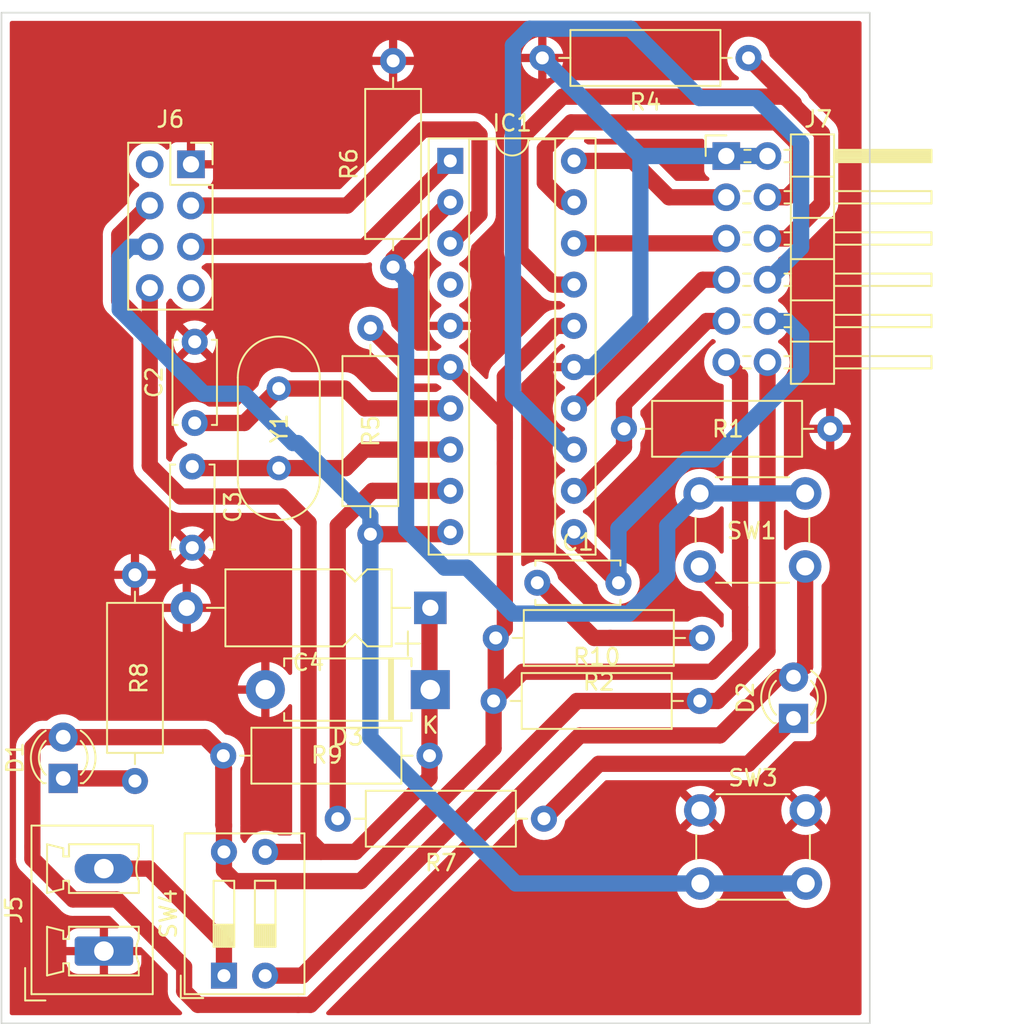
<source format=kicad_pcb>
(kicad_pcb (version 20211014) (generator pcbnew)
  (layers (0 "F.Cu" signal) (31 "B.Cu" signal) (34 "B.Paste" user) (35 "F.Paste" user) (36 "B.SilkS" user "B.Silkscreen") (37 "F.SilkS" user "F.Silkscreen") (38 "B.Mask" user) (39 "F.Mask" user) (44 "Edge.Cuts" user))
  (net 0 "")
  (net 1 "MIC")
  (net 2 "UP7")
  (net 3 "XTAL1")
  (net 4 "GND")
  (net 5 "XTAL2")
  (net 6 "+3V3")
  (net 7 "Net-(D1-Pad1)")
  (net 8 "+5V")
  (net 9 "Net-(D2-Pad1)")
  (net 10 "SDA")
  (net 11 "Button01")
  (net 12 "SCL")
  (net 14 "LED_G")
  (net 15 "Reset")
  (net 16 "PHOTRAN")
  (net 17 "UP5")
  (net 18 "UP4")
  (net 19 "OPTISK")
  (net 20 "UP2")
  (net 21 "UP1")
  (net 22 "DHT11")
  (net 23 "Net-(J5-Pad2)")
  (net 26 "UPWR")
  (footprint "Connector_Phoenix_MC_HighVoltage:PhoenixContact_MCV_1,5_2-G-5.08_1x02_P5.08mm_Vertical" (layer "F.Cu") (at 38.805 84.785 90)
    (fp_text reference "J5" (at 2.54 -5.55 90) (layer "F.SilkS"))
    (fp_text value "VCC")
    (pad "1" thru_hole roundrect (at 0 0 90) (size 1.8 3.6) (drill 1.2) (layers *.Cu *.Mask) (roundrect_rratio 0.138889) (net 4 "GND"))
    (pad "2" thru_hole oval (at 5.08 0 90) (size 1.8 3.6) (drill 1.2) (layers *.Cu *.Mask) (net 23 "Net-(J5-Pad2)"))
  )
  (footprint "Capacitor_THT:C_Disc_D5.0mm_W2.5mm_P5.00mm" (layer "F.Cu") (at 65.5 62.1)
    (fp_text reference "C1" (at 2.5 -2.5) (layer "F.SilkS"))
    (fp_text value "1uF")
    (pad "1" thru_hole circle (at 0 0) (size 1.6 1.6) (drill 0.8) (layers *.Cu *.Mask) (net 1 "MIC"))
    (pad "2" thru_hole circle (at 5 0) (size 1.6 1.6) (drill 0.8) (layers *.Cu *.Mask) (net 2 "UP7"))
  )
  (footprint "Resistor_THT:R_Axial_DIN0309_L9.0mm_D3.2mm_P12.70mm_Horizontal" (layer "F.Cu") (at 75.64 65.5 180)
    (fp_text reference "R2" (at 6.35 -2.72) (layer "F.SilkS"))
    (fp_text value "2.2k")
    (pad "1" thru_hole circle (at 0 0 180) (size 1.6 1.6) (drill 0.8) (layers *.Cu *.Mask) (net 1 "MIC"))
    (pad "2" thru_hole oval (at 12.7 0 180) (size 1.6 1.6) (drill 0.8) (layers *.Cu *.Mask) (net 8 "+5V"))
  )
  (footprint "Resistor_THT:R_Axial_DIN0309_L9.0mm_D3.2mm_P12.70mm_Horizontal" (layer "F.Cu") (at 40.72 74.31 90)
    (fp_text reference "R8" (at 6.34 0.25 90) (layer "F.SilkS"))
    (fp_text value "200")
    (pad "1" thru_hole circle (at 0 0 90) (size 1.6 1.6) (drill 0.8) (layers *.Cu *.Mask) (net 7 "Net-(D1-Pad1)"))
    (pad "2" thru_hole oval (at 12.7 0 90) (size 1.6 1.6) (drill 0.8) (layers *.Cu *.Mask) (net 4 "GND"))
  )
  (footprint "Resistor_THT:R_Axial_DIN0309_L9.0mm_D3.2mm_P12.70mm_Horizontal" (layer "F.Cu") (at 55.22 59.11 90)
    (fp_text reference "R5" (at 6.35 0.03 90) (layer "F.SilkS"))
    (fp_text value "1k")
    (pad "1" thru_hole circle (at 0 0 90) (size 1.6 1.6) (drill 0.8) (layers *.Cu *.Mask) (net 15 "Reset"))
    (pad "2" thru_hole oval (at 12.7 0 90) (size 1.6 1.6) (drill 0.8) (layers *.Cu *.Mask) (net 8 "+5V"))
  )
  (footprint "Resistor_THT:R_Axial_DIN0309_L9.0mm_D3.2mm_P12.70mm_Horizontal" (layer "F.Cu") (at 56.62 42.66 90)
    (fp_text reference "R6" (at 6.35 -2.72 90) (layer "F.SilkS"))
    (fp_text value "1k")
    (pad "1" thru_hole circle (at 0 0 90) (size 1.6 1.6) (drill 0.8) (layers *.Cu *.Mask) (net 11 "Button01"))
    (pad "2" thru_hole oval (at 12.7 0 90) (size 1.6 1.6) (drill 0.8) (layers *.Cu *.Mask) (net 4 "GND"))
  )
  (footprint "Resistor_THT:R_Axial_DIN0309_L9.0mm_D3.2mm_P12.70mm_Horizontal" (layer "F.Cu") (at 70.84 52.62)
    (fp_text reference "R1" (at 6.4 0.01) (layer "F.SilkS"))
    (fp_text value "10k")
    (pad "1" thru_hole circle (at 0 0) (size 1.6 1.6) (drill 0.8) (layers *.Cu *.Mask) (net 16 "PHOTRAN"))
    (pad "2" thru_hole oval (at 12.7 0) (size 1.6 1.6) (drill 0.8) (layers *.Cu *.Mask) (net 4 "GND"))
  )
  (footprint "Button_Switch_THT:SW_DIP_SPSTx02_Slide_9.78x7.26mm_W7.62mm_P2.54mm" (layer "F.Cu") (at 46.2 86.295 90)
    (fp_text reference "SW4" (at 3.81 -3.42 90) (layer "F.SilkS"))
    (fp_text value "SW_DIP_x02")
    (pad "1" thru_hole rect (at 0 0 90) (size 1.6 1.6) (drill 0.8) (layers *.Cu *.Mask) (net 23 "Net-(J5-Pad2)"))
    (pad "2" thru_hole oval (at 0 2.54 90) (size 1.6 1.6) (drill 0.8) (layers *.Cu *.Mask) (net 26 "UPWR"))
    (pad "3" thru_hole oval (at 7.62 2.54 90) (size 1.6 1.6) (drill 0.8) (layers *.Cu *.Mask) (net 6 "+3V3"))
    (pad "4" thru_hole oval (at 7.62 0 90) (size 1.6 1.6) (drill 0.8) (layers *.Cu *.Mask) (net 8 "+5V"))
  )
  (footprint "Button_Switch_THT:SW_PUSH_6mm_H4.3mm" (layer "F.Cu") (at 75.54 76.12)
    (fp_text reference "SW3" (at 3.25 -2) (layer "F.SilkS"))
    (fp_text value "SW_MEC_5E")
    (pad "1" thru_hole circle (at 6.5 0 90) (size 2 2) (drill 1.1) (layers *.Cu *.Mask) (net 4 "GND"))
    (pad "1" thru_hole circle (at 0 0 90) (size 2 2) (drill 1.1) (layers *.Cu *.Mask) (net 4 "GND"))
    (pad "2" thru_hole circle (at 6.5 4.5 90) (size 2 2) (drill 1.1) (layers *.Cu *.Mask) (net 15 "Reset"))
    (pad "2" thru_hole circle (at 0 4.5 90) (size 2 2) (drill 1.1) (layers *.Cu *.Mask) (net 15 "Reset"))
  )
  (footprint "Resistor_THT:R_Axial_DIN0309_L9.0mm_D3.2mm_P12.70mm_Horizontal" (layer "F.Cu") (at 58.86 72.75 180)
    (fp_text reference "R9" (at 6.32 0.03) (layer "F.SilkS"))
    (fp_text value "15")
    (pad "1" thru_hole circle (at 0 0 180) (size 1.6 1.6) (drill 0.8) (layers *.Cu *.Mask) (net 6 "+3V3"))
    (pad "2" thru_hole oval (at 12.7 0 180) (size 1.6 1.6) (drill 0.8) (layers *.Cu *.Mask) (net 8 "+5V"))
  )
  (footprint "Capacitor_THT:C_Disc_D5.0mm_W2.5mm_P5.00mm" (layer "F.Cu") (at 44.4 52.26 90)
    (fp_text reference "C2" (at 2.5 -2.5 90) (layer "F.SilkS"))
    (fp_text value "20pF")
    (pad "1" thru_hole circle (at 0 0 90) (size 1.6 1.6) (drill 0.8) (layers *.Cu *.Mask) (net 3 "XTAL1"))
    (pad "2" thru_hole circle (at 5 0 90) (size 1.6 1.6) (drill 0.8) (layers *.Cu *.Mask) (net 4 "GND"))
  )
  (footprint "Button_Switch_THT:SW_PUSH_6mm_H4.3mm" (layer "F.Cu") (at 82 61.1 180)
    (fp_text reference "SW1" (at 3.3 2.2) (layer "F.SilkS"))
    (fp_text value "SW_MEC_5E")
    (pad "1" thru_hole circle (at 0 0 270) (size 2 2) (drill 1.1) (layers *.Cu *.Mask) (net 8 "+5V"))
    (pad "1" thru_hole circle (at 6.5 0 270) (size 2 2) (drill 1.1) (layers *.Cu *.Mask) (net 8 "+5V"))
    (pad "2" thru_hole circle (at 0 4.5 270) (size 2 2) (drill 1.1) (layers *.Cu *.Mask) (net 11 "Button01"))
    (pad "2" thru_hole circle (at 6.5 4.5 270) (size 2 2) (drill 1.1) (layers *.Cu *.Mask) (net 11 "Button01"))
  )
  (footprint "Resistor_THT:R_Axial_DIN0309_L9.0mm_D3.2mm_P12.70mm_Horizontal" (layer "F.Cu") (at 62.81 69.38)
    (fp_text reference "R10" (at 6.35 -2.72) (layer "F.SilkS"))
    (fp_text value "15")
    (pad "1" thru_hole circle (at 0 0) (size 1.6 1.6) (drill 0.8) (layers *.Cu *.Mask) (net 8 "+5V"))
    (pad "2" thru_hole oval (at 12.7 0) (size 1.6 1.6) (drill 0.8) (layers *.Cu *.Mask) (net 26 "UPWR"))
  )
  (footprint "Resistor_THT:R_Axial_DIN0309_L9.0mm_D3.2mm_P12.70mm_Horizontal" (layer "F.Cu") (at 78.51 29.78 180)
    (fp_text reference "R4" (at 6.35 -2.72) (layer "F.SilkS"))
    (fp_text value "100k")
    (pad "1" thru_hole circle (at 0 0 180) (size 1.6 1.6) (drill 0.8) (layers *.Cu *.Mask) (net 19 "OPTISK"))
    (pad "2" thru_hole oval (at 12.7 0 180) (size 1.6 1.6) (drill 0.8) (layers *.Cu *.Mask) (net 4 "GND"))
  )
  (footprint "LED_THT:LED_D3.0mm_FlatTop" (layer "F.Cu") (at 36.3 74.15 90)
    (fp_text reference "D1" (at 1.27 -2.96 90) (layer "F.SilkS"))
    (fp_text value "RødLED")
    (pad "1" thru_hole rect (at 0 0 90) (size 1.8 1.8) (drill 0.9) (layers *.Cu *.Mask) (net 7 "Net-(D1-Pad1)"))
    (pad "2" thru_hole circle (at 2.54 0 90) (size 1.8 1.8) (drill 0.9) (layers *.Cu *.Mask) (net 8 "+5V"))
  )
  (footprint "LED_THT:LED_D3.0mm_FlatTop" (layer "F.Cu") (at 81.28 70.45 90)
    (fp_text reference "D2" (at 1.27 -2.96 90) (layer "F.SilkS"))
    (fp_text value "GrønLED")
    (pad "1" thru_hole rect (at 0 0 90) (size 1.8 1.8) (drill 0.9) (layers *.Cu *.Mask) (net 9 "Net-(D2-Pad1)"))
    (pad "2" thru_hole circle (at 2.54 0 90) (size 1.8 1.8) (drill 0.9) (layers *.Cu *.Mask) (net 8 "+5V"))
  )
  (footprint "Resistor_THT:R_Axial_DIN0309_L9.0mm_D3.2mm_P12.70mm_Horizontal" (layer "F.Cu") (at 65.91 76.63 180)
    (fp_text reference "R7" (at 6.35 -2.72) (layer "F.SilkS"))
    (fp_text value "200")
    (pad "1" thru_hole circle (at 0 0 180) (size 1.6 1.6) (drill 0.8) (layers *.Cu *.Mask) (net 9 "Net-(D2-Pad1)"))
    (pad "2" thru_hole oval (at 12.7 0 180) (size 1.6 1.6) (drill 0.8) (layers *.Cu *.Mask) (net 14 "LED_G"))
  )
  (footprint "Capacitor_THT:CP_Axial_L10.0mm_D4.5mm_P15.00mm_Horizontal" (layer "F.Cu") (at 58.91 63.645 180)
    (fp_text reference "C4" (at 7.5 -3.37) (layer "F.SilkS"))
    (fp_text value "200n")
    (pad "1" thru_hole rect (at 0 0 180) (size 2 2) (drill 1) (layers *.Cu *.Mask) (net 6 "+3V3"))
    (pad "2" thru_hole oval (at 15 0 180) (size 2 2) (drill 1) (layers *.Cu *.Mask) (net 4 "GND"))
  )
  (footprint "Diode_THT:D_DO-15_P10.16mm_Horizontal" (layer "F.Cu") (at 58.91 68.68 180)
    (fp_text reference "D3" (at 5.08 -2.92) (layer "F.SilkS"))
    (fp_text value "BZX79C3V3")
    (fp_text user "K" (at 0 -2.2) (layer "F.SilkS"))
    (pad "1" thru_hole rect (at 0 0 180) (size 2.4 2.4) (drill 1.2) (layers *.Cu *.Mask) (net 6 "+3V3"))
    (pad "2" thru_hole oval (at 10.16 0 180) (size 2.4 2.4) (drill 1.2) (layers *.Cu *.Mask) (net 4 "GND"))
  )
  (footprint "Connector_PinSocket_2.54mm:PinSocket_2x04_P2.54mm_Vertical" (layer "F.Cu") (at 44.17 36.33)
    (fp_text reference "J6" (at -1.27 -2.77) (layer "F.SilkS"))
    (fp_text value "ESP8266(wifi)")
    (pad "1" thru_hole rect (at 0 0) (size 1.7 1.7) (drill 1) (layers *.Cu *.Mask) (net 4 "GND"))
    (pad "2" thru_hole oval (at -2.54 0) (size 1.7 1.7) (drill 1) (layers *.Cu *.Mask))
    (pad "3" thru_hole oval (at 0 2.54) (size 1.7 1.7) (drill 1) (layers *.Cu *.Mask) (net 12 "SCL"))
    (pad "4" thru_hole oval (at -2.54 2.54) (size 1.7 1.7) (drill 1) (layers *.Cu *.Mask) (net 6 "+3V3"))
    (pad "5" thru_hole oval (at 0 5.08) (size 1.7 1.7) (drill 1) (layers *.Cu *.Mask) (net 10 "SDA"))
    (pad "6" thru_hole oval (at -2.54 5.08) (size 1.7 1.7) (drill 1) (layers *.Cu *.Mask) (net 15 "Reset"))
    (pad "7" thru_hole oval (at 0 7.62) (size 1.7 1.7) (drill 1) (layers *.Cu *.Mask))
    (pad "8" thru_hole oval (at -2.54 7.62) (size 1.7 1.7) (drill 1) (layers *.Cu *.Mask) (net 6 "+3V3"))
  )
  (footprint "Crystal:Crystal_HC18-U_Vertical" (layer "F.Cu") (at 49.58 50.14 -90)
    (fp_text reference "Y1" (at 2.45 -0.025 90) (layer "F.SilkS"))
    (fp_text value "Crystal")
    (pad "1" thru_hole circle (at 0 0 270) (size 1.5 1.5) (drill 0.8) (layers *.Cu *.Mask) (net 3 "XTAL1"))
    (pad "2" thru_hole circle (at 4.9 0 270) (size 1.5 1.5) (drill 0.8) (layers *.Cu *.Mask) (net 5 "XTAL2"))
  )
  (footprint "Connector_PinHeader_2.54mm:PinHeader_2x06_P2.54mm_Horizontal" (layer "F.Cu") (at 77.14 35.82)
    (fp_text reference "J7" (at 5.655 -2.27) (layer "F.SilkS"))
    (fp_text value "Conn_02x06_Counter_Clockwise")
    (pad "1" thru_hole rect (at 0 0) (size 1.7 1.7) (drill 1) (layers *.Cu *.Mask) (net 4 "GND"))
    (pad "2" thru_hole oval (at 2.54 0) (size 1.7 1.7) (drill 1) (layers *.Cu *.Mask) (net 4 "GND"))
    (pad "3" thru_hole oval (at 0 2.54) (size 1.7 1.7) (drill 1) (layers *.Cu *.Mask) (net 22 "DHT11"))
    (pad "4" thru_hole oval (at 2.54 2.54) (size 1.7 1.7) (drill 1) (layers *.Cu *.Mask) (net 21 "UP1"))
    (pad "5" thru_hole oval (at 0 5.08) (size 1.7 1.7) (drill 1) (layers *.Cu *.Mask) (net 20 "UP2"))
    (pad "6" thru_hole oval (at 2.54 5.08) (size 1.7 1.7) (drill 1) (layers *.Cu *.Mask) (net 19 "OPTISK"))
    (pad "7" thru_hole oval (at 0 7.62) (size 1.7 1.7) (drill 1) (layers *.Cu *.Mask) (net 18 "UP4"))
    (pad "8" thru_hole oval (at 2.54 7.62) (size 1.7 1.7) (drill 1) (layers *.Cu *.Mask) (net 17 "UP5"))
    (pad "9" thru_hole oval (at 0 10.16) (size 1.7 1.7) (drill 1) (layers *.Cu *.Mask) (net 16 "PHOTRAN"))
    (pad "10" thru_hole oval (at 2.54 10.16) (size 1.7 1.7) (drill 1) (layers *.Cu *.Mask) (net 2 "UP7"))
    (pad "11" thru_hole oval (at 0 12.7) (size 1.7 1.7) (drill 1) (layers *.Cu *.Mask) (net 8 "+5V"))
    (pad "12" thru_hole oval (at 2.54 12.7) (size 1.7 1.7) (drill 1) (layers *.Cu *.Mask) (net 26 "UPWR"))
  )
  (footprint "Package_DIP:DIP-20_W7.62mm_Socket" (layer "F.Cu") (at 60.14 36.12)
    (fp_text reference "IC1" (at 3.81 -2.33) (layer "F.SilkS"))
    (fp_text value "ATTINY167-XUR")
    (pad "1" thru_hole rect (at 0 0) (size 1.6 1.6) (drill 0.8) (layers *.Cu *.Mask) (net 10 "SDA"))
    (pad "2" thru_hole oval (at 0 2.54) (size 1.6 1.6) (drill 0.8) (layers *.Cu *.Mask) (net 11 "Button01"))
    (pad "3" thru_hole oval (at 0 5.08) (size 1.6 1.6) (drill 0.8) (layers *.Cu *.Mask) (net 12 "SCL"))
    (pad "4" thru_hole oval (at 0 7.62) (size 1.6 1.6) (drill 0.8) (layers *.Cu *.Mask))
    (pad "5" thru_hole oval (at 0 10.16) (size 1.6 1.6) (drill 0.8) (layers *.Cu *.Mask) (net 4 "GND"))
    (pad "6" thru_hole oval (at 0 12.7) (size 1.6 1.6) (drill 0.8) (layers *.Cu *.Mask) (net 8 "+5V"))
    (pad "7" thru_hole oval (at 0 15.24) (size 1.6 1.6) (drill 0.8) (layers *.Cu *.Mask) (net 3 "XTAL1"))
    (pad "8" thru_hole oval (at 0 17.78) (size 1.6 1.6) (drill 0.8) (layers *.Cu *.Mask) (net 5 "XTAL2"))
    (pad "9" thru_hole oval (at 0 20.32) (size 1.6 1.6) (drill 0.8) (layers *.Cu *.Mask) (net 14 "LED_G"))
    (pad "10" thru_hole oval (at 0 22.86) (size 1.6 1.6) (drill 0.8) (layers *.Cu *.Mask) (net 15 "Reset"))
    (pad "11" thru_hole oval (at 7.62 22.86) (size 1.6 1.6) (drill 0.8) (layers *.Cu *.Mask) (net 2 "UP7"))
    (pad "12" thru_hole oval (at 7.62 20.32) (size 1.6 1.6) (drill 0.8) (layers *.Cu *.Mask) (net 16 "PHOTRAN"))
    (pad "13" thru_hole oval (at 7.62 17.78) (size 1.6 1.6) (drill 0.8) (layers *.Cu *.Mask) (net 17 "UP5"))
    (pad "14" thru_hole oval (at 7.62 15.24) (size 1.6 1.6) (drill 0.8) (layers *.Cu *.Mask) (net 18 "UP4"))
    (pad "15" thru_hole oval (at 7.62 12.7) (size 1.6 1.6) (drill 0.8) (layers *.Cu *.Mask) (net 4 "GND"))
    (pad "16" thru_hole oval (at 7.62 10.16) (size 1.6 1.6) (drill 0.8) (layers *.Cu *.Mask) (net 8 "+5V"))
    (pad "17" thru_hole oval (at 7.62 7.62) (size 1.6 1.6) (drill 0.8) (layers *.Cu *.Mask) (net 19 "OPTISK"))
    (pad "18" thru_hole oval (at 7.62 5.08) (size 1.6 1.6) (drill 0.8) (layers *.Cu *.Mask) (net 20 "UP2"))
    (pad "19" thru_hole oval (at 7.62 2.54) (size 1.6 1.6) (drill 0.8) (layers *.Cu *.Mask) (net 21 "UP1"))
    (pad "20" thru_hole oval (at 7.62 0) (size 1.6 1.6) (drill 0.8) (layers *.Cu *.Mask) (net 22 "DHT11"))
  )
  (footprint "Capacitor_THT:C_Disc_D5.0mm_W2.5mm_P5.00mm" (layer "F.Cu") (at 44.25 54.94 -90)
    (fp_text reference "C3" (at 2.5 -2.5 90) (layer "F.SilkS"))
    (fp_text value "20pF")
    (pad "1" thru_hole circle (at 0 0 270) (size 1.6 1.6) (drill 0.8) (layers *.Cu *.Mask) (net 5 "XTAL2"))
    (pad "2" thru_hole circle (at 5 0 270) (size 1.6 1.6) (drill 0.8) (layers *.Cu *.Mask) (net 4 "GND"))
  )
  (gr_rect (start 32.5 26.99) (end 85.98 89.239244) (layer "Edge.Cuts") (width 0.1) (fill none))
  (segment (start 70 65.5) (end 75.64 65.5) (width 1) (layer "F.Cu") (net 1))
  (segment (start 69 65.5) (end 70 65.5) (width 1) (layer "F.Cu") (net 1))
  (segment (start 65.5 62) (end 69 65.5) (width 1) (layer "F.Cu") (net 1))
  (segment (start 67.76 58.98) (end 67.76 59.26) (width 1) (layer "F.Cu") (net 2))
  (segment (start 67.76 58.98) (end 67.76 59.36) (width 1) (layer "F.Cu") (net 2))
  (segment (start 67.76 59.36) (end 70.5 62.1) (width 1) (layer "F.Cu") (net 2))
  (segment (start 67.76 59.26) (end 70.5 62) (width 1) (layer "F.Cu") (net 2))
  (segment (start 81.75 49.065605) (end 76.315605 54.5) (width 1) (layer "B.Cu") (net 2))
  (segment (start 80.882081 45.98) (end 81.75 46.847919) (width 1) (layer "B.Cu") (net 2))
  (segment (start 81.75 46.847919) (end 81.75 49.065605) (width 1) (layer "B.Cu") (net 2))
  (segment (start 74.75 54.5) (end 70.5 58.75) (width 1) (layer "B.Cu") (net 2))
  (segment (start 70.5 58.75) (end 70.5 62) (width 1) (layer "B.Cu") (net 2))
  (segment (start 76.315605 54.5) (end 74.75 54.5) (width 1) (layer "B.Cu") (net 2))
  (segment (start 79.68 45.98) (end 80.882081 45.98) (width 1) (layer "B.Cu") (net 2))
  (segment (start 53.64 50.14) (end 54.86 51.36) (width 1) (layer "F.Cu") (net 3))
  (segment (start 60.14 51.36) (end 54.86 51.36) (width 1) (layer "F.Cu") (net 3))
  (segment (start 47.46 52.26) (end 49.58 50.14) (width 1) (layer "F.Cu") (net 3))
  (segment (start 49.58 50.14) (end 53.64 50.14) (width 1) (layer "F.Cu") (net 3))
  (segment (start 44.4 52.26) (end 47.46 52.26) (width 1) (layer "F.Cu") (net 3))
  (segment (start 67.76 48.82) (end 68.89137 48.82) (width 1) (layer "B.Cu") (net 4))
  (segment (start 77.14 35.82) (end 71.85 35.82) (width 1) (layer "B.Cu") (net 4))
  (segment (start 71.85 35.82) (end 65.81 29.78) (width 1) (layer "B.Cu") (net 4))
  (segment (start 71.85 45.86137) (end 71.85 35.82) (width 1) (layer "B.Cu") (net 4))
  (segment (start 79.68 35.82) (end 77.14 35.82) (width 1) (layer "B.Cu") (net 4))
  (segment (start 68.89137 48.82) (end 71.85 45.86137) (width 1) (layer "B.Cu") (net 4))
  (segment (start 49.58 55.04) (end 53.71 55.04) (width 1) (layer "F.Cu") (net 5))
  (segment (start 44.35 55.04) (end 44.25 54.94) (width 1) (layer "F.Cu") (net 5))
  (segment (start 49.58 55.04) (end 44.35 55.04) (width 1) (layer "F.Cu") (net 5))
  (segment (start 53.71 55.04) (end 54.85 53.9) (width 1) (layer "F.Cu") (net 5))
  (segment (start 54.85 53.9) (end 60.14 53.9) (width 1) (layer "F.Cu") (net 5))
  (segment (start 41.63 54.88) (end 43.539511 56.789511) (width 1) (layer "F.Cu") (net 6))
  (segment (start 49.789511 56.789511) (end 51.410489 58.410489) (width 1) (layer "F.Cu") (net 6))
  (segment (start 39.75 44.74) (end 39.75 42) (width 1) (layer "F.Cu") (net 6))
  (segment (start 58.86 69.48) (end 58.91 69.43) (width 1) (layer "F.Cu") (net 6))
  (segment (start 41.554395 38.87) (end 39.75 40.674395) (width 1) (layer "F.Cu") (net 6))
  (segment (start 51.410489 77.910489) (end 52.175 78.675) (width 1) (layer "F.Cu") (net 6))
  (segment (start 41.63 43.95) (end 41.63 47.38) (width 1) (layer "F.Cu") (net 6))
  (segment (start 54.295 78.675) (end 58.86 74.11) (width 1) (layer "F.Cu") (net 6))
  (segment (start 52.175 78.675) (end 54.295 78.675) (width 1) (layer "F.Cu") (net 6))
  (segment (start 48.74 78.675) (end 52.175 78.675) (width 1) (layer "F.Cu") (net 6))
  (segment (start 41.63 38.87) (end 41.554395 38.87) (width 1) (layer "F.Cu") (net 6))
  (segment (start 58.86 64.445) (end 58.91 64.395) (width 1) (layer "F.Cu") (net 6))
  (segment (start 39.75 44.74) (end 41.63 46.62) (width 1) (layer "F.Cu") (net 6))
  (segment (start 41.63 47.38) (end 41.63 54.88) (width 1) (layer "F.Cu") (net 6))
  (segment (start 41.63 46.62) (end 41.63 47.38) (width 1) (layer "F.Cu") (net 6))
  (segment (start 39.75 40.674395) (end 39.75 42) (width 1) (layer "F.Cu") (net 6))
  (segment (start 51.410489 58.410489) (end 51.410489 77.910489) (width 1) (layer "F.Cu") (net 6))
  (segment (start 43.539511 56.789511) (end 49.789511 56.789511) (width 1) (layer "F.Cu") (net 6))
  (segment (start 58.86 73.5) (end 58.86 64.445) (width 1) (layer "F.Cu") (net 6))
  (segment (start 58.86 74.11) (end 58.86 72.75) (width 1) (layer "F.Cu") (net 6))
  (segment (start 40.56 74.15) (end 40.72 74.31) (width 1) (layer "F.Cu") (net 7))
  (segment (start 36.3 74.15) (end 40.56 74.15) (width 1) (layer "F.Cu") (net 7))
  (segment (start 81.28 67.91) (end 81.94 67.25) (width 1) (layer "F.Cu") (net 8))
  (segment (start 77.99 62.26) (end 77.99 65.01) (width 1) (layer "F.Cu") (net 8))
  (segment (start 46.2 78.675) (end 46.2 79.80637) (width 1) (layer "F.Cu") (net 8))
  (segment (start 46.2 77.05) (end 46.16 77.01) (width 1) (layer "F.Cu") (net 8))
  (segment (start 63.5 64.94) (end 62.94 65.5) (width 1) (layer "F.Cu") (net 8))
  (segment (start 63.5 53.25) (end 63.5 54.75) (width 1) (layer "F.Cu") (net 8))
  (segment (start 81.94 67.25) (end 82 67.25) (width 1) (layer "F.Cu") (net 8))
  (segment (start 44.594511 88.094511) (end 43.75 87.25) (width 1) (layer "F.Cu") (net 8))
  (segment (start 36.905498 81.60452) (end 34.400489 79.099511) (width 1) (layer "F.Cu") (net 8))
  (segment (start 76.75 71.5) (end 68.12 71.5) (width 1) (layer "F.Cu") (net 8))
  (segment (start 51.525489 88.094511) (end 62.99 76.63) (width 1) (layer "F.Cu") (net 8))
  (segment (start 61.157553 49.837553) (end 61.162447 49.837553) (width 1) (layer "F.Cu") (net 8))
  (segment (start 46.2 79.80637) (end 46.868141 80.474511) (width 1) (layer "F.Cu") (net 8))
  (segment (start 62.99 76.63) (end 67.26 72.36) (width 1) (layer "F.Cu") (net 8))
  (segment (start 76.255383 67.580489) (end 64.609511 67.580489) (width 1) (layer "F.Cu") (net 8))
  (segment (start 77.99 49.37) (end 77.99 62.26) (width 1) (layer "F.Cu") (net 8))
  (segment (start 50.776131 88.094511) (end 51.525489 88.094511) (width 1) (layer "F.Cu") (net 8))
  (segment (start 75.5 61.1) (end 77.99 63.59) (width 1) (layer "F.Cu") (net 8))
  (segment (start 68.12 71.5) (end 67.26 72.36) (width 1) (layer "F.Cu") (net 8))
  (segment (start 64.609511 67.580489) (end 62.81 69.38) (width 1) (layer "F.Cu") (net 8))
  (segment (start 46.2 77.05) (end 46.2 73.54) (width 1) (layer "F.Cu") (net 8))
  (segment (start 46.868141 80.474511) (end 54.625489 80.474511) (width 1) (layer "F.Cu") (net 8))
  (segment (start 60.14 48.82) (end 61.157553 49.837553) (width 1) (layer "F.Cu") (net 8))
  (segment (start 39.591608 81.60452) (end 36.905498 81.60452) (width 1) (layer "F.Cu") (net 8))
  (segment (start 46.16 72.75) (end 45.02 71.61) (width 1) (layer "F.Cu") (net 8))
  (segment (start 55.22 46.41) (end 57.63 48.82) (width 1) (layer "F.Cu") (net 8))
  (segment (start 77.99 63.59) (end 77.99 65.01) (width 1) (layer "F.Cu") (net 8))
  (segment (start 43.75 87.25) (end 43.75 85.762912) (width 1) (layer "F.Cu") (net 8))
  (segment (start 46.2 73.54) (end 46.16 73.5) (width 1) (layer "F.Cu") (net 8))
  (segment (start 62.94 65.5) (end 62.94 69.25) (width 1) (layer "F.Cu") (net 8))
  (segment (start 57.63 48.82) (end 60.14 48.82) (width 1) (layer "F.Cu") (net 8))
  (segment (start 77.99 65.01) (end 77.99 65.845872) (width 1) (layer "F.Cu") (net 8))
  (segment (start 50.776131 88.094511) (end 44.594511 88.094511) (width 1) (layer "F.Cu") (net 8))
  (segment (start 63.5 49.40863) (end 63.5 53.25) (width 1) (layer "F.Cu") (net 8))
  (segment (start 77.14 48.52) (end 77.99 49.37) (width 1) (layer "F.Cu") (net 8))
  (segment (start 80.34 67.91) (end 76.75 71.5) (width 1) (layer "F.Cu") (net 8))
  (segment (start 61.162447 49.837553) (end 63.5 52.175106) (width 1) (layer "F.Cu") (net 8))
  (segment (start 43.75 85.762912) (end 39.591608 81.60452) (width 1) (layer "F.Cu") (net 8))
  (segment (start 62.94 69.25) (end 62.81 69.38) (width 1) (layer "F.Cu") (net 8))
  (segment (start 81.28 67.91) (end 80.34 67.91) (width 1) (layer "F.Cu") (net 8))
  (segment (start 34.400489 72.236719) (end 34.400489 72.599511) (width 1) (layer "F.Cu") (net 8))
  (segment (start 34.400489 79.099511) (end 34.400489 78.349511) (width 1) (layer "F.Cu") (net 8))
  (segment (start 35.027208 71.61) (end 34.400489 72.236719) (width 1) (layer "F.Cu") (net 8))
  (segment (start 57.67 48.82) (end 60.14 48.82) (width 1) (layer "F.Cu") (net 8))
  (segment (start 66.62863 46.28) (end 63.5 49.40863) (width 1) (layer "F.Cu") (net 8))
  (segment (start 54.625489 80.474511) (end 62.81 72.29) (width 1) (layer "F.Cu") (net 8))
  (segment (start 82 67.25) (end 82 61.1) (width 1) (layer "F.Cu") (net 8))
  (segment (start 63.5 52.175106) (end 63.5 53.25) (width 1) (layer "F.Cu") (net 8))
  (segment (start 46.16 77.01) (end 46.16 72.75) (width 1) (layer "F.Cu") (net 8))
  (segment (start 67.76 46.28) (end 66.62863 46.28) (width 1) (layer "F.Cu") (net 8))
  (segment (start 77.99 65.845872) (end 76.255383 67.580489) (width 1) (layer "F.Cu") (net 8))
  (segment (start 45.02 71.61) (end 36.3 71.61) (width 1) (layer "F.Cu") (net 8))
  (segment (start 34.400489 72.599511) (end 34.400489 78.349511) (width 1) (layer "F.Cu") (net 8))
  (segment (start 67.26 72.36) (end 67.96 71.66) (width 1) (layer "F.Cu") (net 8))
  (segment (start 63.5 54.75) (end 63.5 64.94) (width 1) (layer "F.Cu") (net 8))
  (segment (start 46.2 78.675) (end 46.2 77.05) (width 1) (layer "F.Cu") (net 8))
  (segment (start 62.81 72.29) (end 62.81 69.38) (width 1) (layer "F.Cu") (net 8))
  (segment (start 36.3 71.61) (end 35.027208 71.61) (width 1) (layer "F.Cu") (net 8))
  (segment (start 78.5 73.25) (end 69.29 73.25) (width 1) (layer "F.Cu") (net 9))
  (segment (start 65.91 76.63) (end 68.27 74.27) (width 1) (layer "F.Cu") (net 9))
  (segment (start 81.28 70.47) (end 81.28 70.45) (width 1) (layer "F.Cu") (net 9))
  (segment (start 69.29 73.25) (end 68.27 74.27) (width 1) (layer "F.Cu") (net 9))
  (segment (start 68.27 74.27) (end 69.25 73.29) (width 1) (layer "F.Cu") (net 9))
  (segment (start 78.5 73.25) (end 81.28 70.47) (width 1) (layer "F.Cu") (net 9))
  (segment (start 60.135106 36.12) (end 60.14 36.12) (width 1) (layer "F.Cu") (net 10))
  (segment (start 54.845106 41.41) (end 60.135106 36.12) (width 1) (layer "F.Cu") (net 10))
  (segment (start 44.17 41.41) (end 54.845106 41.41) (width 1) (layer "F.Cu") (net 10))
  (segment (start 60.14 38.66) (end 60.135106 38.66) (width 1) (layer "F.Cu") (net 11))
  (segment (start 56.62 42.175106) (end 56.62 42.66) (width 1) (layer "F.Cu") (net 11))
  (segment (start 60.135106 38.66) (end 56.62 42.175106) (width 1) (layer "F.Cu") (net 11))
  (segment (start 73.500489 58.599511) (end 73.500489 61.644405) (width 1) (layer "B.Cu") (net 11))
  (segment (start 82 56.6) (end 75.5 56.6) (width 1) (layer "B.Cu") (net 11))
  (segment (start 57.419999 43.459999) (end 56.62 42.66) (width 1) (layer "B.Cu") (net 11))
  (segment (start 57.419999 58.804893) (end 57.419999 43.459999) (width 1) (layer "B.Cu") (net 11))
  (segment (start 71.144894 64) (end 63.984894 64) (width 1) (layer "B.Cu") (net 11))
  (segment (start 81.65 56.85) (end 82.25 56.85) (width 1) (layer "B.Cu") (net 11))
  (segment (start 63.984894 64) (end 61.154894 61.17) (width 1) (layer "B.Cu") (net 11))
  (segment (start 59.785106 61.17) (end 57.419999 58.804893) (width 1) (layer "B.Cu") (net 11))
  (segment (start 73.500489 61.644405) (end 71.144894 64) (width 1) (layer "B.Cu") (net 11))
  (segment (start 61.154894 61.17) (end 59.785106 61.17) (width 1) (layer "B.Cu") (net 11))
  (segment (start 75.5 56.6) (end 73.500489 58.599511) (width 1) (layer "B.Cu") (net 11))
  (segment (start 58.471299 34.189679) (end 61.61919 34.189679) (width 1) (layer "F.Cu") (net 12))
  (segment (start 53.790978 38.87) (end 58.471299 34.189679) (width 1) (layer "F.Cu") (net 12))
  (segment (start 44.17 38.87) (end 53.790978 38.87) (width 1) (layer "F.Cu") (net 12))
  (segment (start 61.939511 39.405383) (end 60.144894 41.2) (width 1) (layer "F.Cu") (net 12))
  (segment (start 61.939511 34.51) (end 61.939511 39.405383) (width 1) (layer "F.Cu") (net 12))
  (segment (start 61.61919 34.189679) (end 61.939511 34.51) (width 1) (layer "F.Cu") (net 12))
  (segment (start 60.144894 41.2) (end 60.14 41.2) (width 1) (layer "F.Cu") (net 12))
  (segment (start 53.21 58.575106) (end 55.345106 56.44) (width 1) (layer "F.Cu") (net 14))
  (segment (start 53.21 76.63) (end 53.21 58.575106) (width 1) (layer "F.Cu") (net 14))
  (segment (start 55.345106 56.44) (end 60.14 56.44) (width 1) (layer "F.Cu") (net 14))
  (segment (start 55.22 59.11) (end 60.01 59.11) (width 1) (layer "F.Cu") (net 15))
  (segment (start 60.01 59.11) (end 60.14 58.98) (width 1) (layer "F.Cu") (net 15))
  (segment (start 75.54 80.62) (end 82.04 80.62) (width 1) (layer "B.Cu") (net 15))
  (segment (start 55.22 71.654894) (end 64.185106 80.62) (width 1) (layer "B.Cu") (net 15))
  (segment (start 55.22 57.97) (end 55.22 59.11) (width 1) (layer "B.Cu") (net 15))
  (segment (start 50.465817 53.5) (end 50.75 53.5) (width 1) (layer "B.Cu") (net 15))
  (segment (start 50.75 53.5) (end 55.22 57.97) (width 1) (layer "B.Cu") (net 15))
  (segment (start 39.780489 42.05743) (end 39.780489 45.280489) (width 1) (layer "B.Cu") (net 15))
  (segment (start 64.185106 80.62) (end 75.54 80.62) (width 1) (layer "B.Cu") (net 15))
  (segment (start 47.426306 50.460489) (end 50.465817 53.5) (width 1) (layer "B.Cu") (net 15))
  (segment (start 39.780489 45.280489) (end 44.960489 50.460489) (width 1) (layer "B.Cu") (net 15))
  (segment (start 41.63 41.41) (end 40.427919 41.41) (width 1) (layer "B.Cu") (net 15))
  (segment (start 40.427919 41.41) (end 39.780489 42.05743) (width 1) (layer "B.Cu") (net 15))
  (segment (start 44.960489 50.460489) (end 47.426306 50.460489) (width 1) (layer "B.Cu") (net 15))
  (segment (start 55.22 59.11) (end 55.22 71.654894) (width 1) (layer "B.Cu") (net 15))
  (segment (start 75.937919 45.98) (end 74.34 47.577919) (width 1) (layer "F.Cu") (net 16))
  (segment (start 68.15137 56.44) (end 67.76 56.44) (width 1) (layer "F.Cu") (net 16))
  (segment (start 70.84 53.75137) (end 68.15137 56.44) (width 1) (layer "F.Cu") (net 16))
  (segment (start 70.84 51.077919) (end 70.84 52.62) (width 1) (layer "F.Cu") (net 16))
  (segment (start 70.84 52.62) (end 70.84 53.75137) (width 1) (layer "F.Cu") (net 16))
  (segment (start 74.34 47.577919) (end 70.84 51.077919) (width 1) (layer "F.Cu") (net 16))
  (segment (start 77.14 45.98) (end 75.937919 45.98) (width 1) (layer "F.Cu") (net 16))
  (segment (start 81.75 35) (end 79 32.25) (width 1) (layer "B.Cu") (net 17))
  (segment (start 64 50.5) (end 67.4 53.9) (width 1) (layer "B.Cu") (net 17))
  (segment (start 71.269511 28.019511) (end 71.269511 27.980489) (width 1) (layer "B.Cu") (net 17))
  (segment (start 65.019511 27.980489) (end 64 29) (width 1) (layer "B.Cu") (net 17))
  (segment (start 79 32.25) (end 75.5 32.25) (width 1) (layer "B.Cu") (net 17))
  (segment (start 79.755605 43.44) (end 81.75 41.445605) (width 1) (layer "B.Cu") (net 17))
  (segment (start 81.75 41.445605) (end 81.75 35) (width 1) (layer "B.Cu") (net 17))
  (segment (start 71.269511 27.980489) (end 65.019511 27.980489) (width 1) (layer "B.Cu") (net 17))
  (segment (start 64 29) (end 64 50.5) (width 1) (layer "B.Cu") (net 17))
  (segment (start 67.4 53.9) (end 67.76 53.9) (width 1) (layer "B.Cu") (net 17))
  (segment (start 75.5 32.25) (end 71.269511 28.019511) (width 1) (layer "B.Cu") (net 17))
  (segment (start 79.68 43.44) (end 79.755605 43.44) (width 1) (layer "B.Cu") (net 17))
  (segment (start 75.684894 43.44) (end 67.764894 51.36) (width 1) (layer "F.Cu") (net 18))
  (segment (start 77.14 43.44) (end 75.684894 43.44) (width 1) (layer "F.Cu") (net 18))
  (segment (start 67.764894 51.36) (end 67.76 51.36) (width 1) (layer "F.Cu") (net 18))
  (segment (start 81.298123 32.568123) (end 81.298123 32.701877) (width 1) (layer "F.Cu") (net 19))
  (segment (start 66.49 43.74) (end 67.76 43.74) (width 1) (layer "F.Cu") (net 19))
  (segment (start 80.882081 40.9) (end 83.029031 38.75305) (width 1) (layer "F.Cu") (net 19))
  (segment (start 83.029031 34.432784) (end 81.298123 32.701877) (width 1) (layer "F.Cu") (net 19))
  (segment (start 80.846727 32.25048) (end 80.79048 32.25048) (width 1) (layer "F.Cu") (net 19))
  (segment (start 80.76 32.163754) (end 67.05071 32.163754) (width 1) (layer "F.Cu") (net 19))
  (segment (start 64.460969 34.753495) (end 64.460969 41.710969) (width 1) (layer "F.Cu") (net 19))
  (segment (start 67.05071 32.163754) (end 64.460969 34.753495) (width 1) (layer "F.Cu") (net 19))
  (segment (start 78.51 29.78) (end 81.298123 32.568123) (width 1) (layer "F.Cu") (net 19))
  (segment (start 80.76 32.163754) (end 81.298123 32.701877) (width 1) (layer "F.Cu") (net 19))
  (segment (start 81.298123 32.701877) (end 80.846727 32.25048) (width 1) (layer "F.Cu") (net 19))
  (segment (start 83.029031 38.75305) (end 83.029031 34.432784) (width 1) (layer "F.Cu") (net 19))
  (segment (start 64.460969 41.710969) (end 66.49 43.74) (width 1) (layer "F.Cu") (net 19))
  (segment (start 79.68 40.9) (end 80.882081 40.9) (width 1) (layer "F.Cu") (net 19))
  (segment (start 67.76 41.2) (end 76.84 41.2) (width 1) (layer "F.Cu") (net 20))
  (segment (start 76.84 41.2) (end 77.14 40.9) (width 1) (layer "F.Cu") (net 20))
  (segment (start 80.225605 33.75) (end 81.529511 35.053906) (width 1) (layer "F.Cu") (net 21))
  (segment (start 65.960489 37.460489) (end 65.960489 35.374617) (width 1) (layer "F.Cu") (net 21))
  (segment (start 67.76 38.66) (end 67.16 38.66) (width 1) (layer "F.Cu") (net 21))
  (segment (start 80.882081 38.36) (end 79.68 38.36) (width 1) (layer "F.Cu") (net 21))
  (segment (start 81.529511 37.71257) (end 80.882081 38.36) (width 1) (layer "F.Cu") (net 21))
  (segment (start 81.529511 35.053906) (end 81.529511 37.71257) (width 1) (layer "F.Cu") (net 21))
  (segment (start 67.585106 33.75) (end 80.225605 33.75) (width 1) (layer "F.Cu") (net 21))
  (segment (start 65.960489 35.374617) (end 67.585106 33.75) (width 1) (layer "F.Cu") (net 21))
  (segment (start 67.16 38.66) (end 65.960489 37.460489) (width 1) (layer "F.Cu") (net 21))
  (segment (start 77.14 38.36) (end 73.61 38.36) (width 1) (layer "F.Cu") (net 22))
  (segment (start 73.61 38.36) (end 71.37 36.12) (width 1) (layer "F.Cu") (net 22))
  (segment (start 71.37 36.12) (end 67.76 36.12) (width 1) (layer "F.Cu") (net 22))
  (segment (start 41.605 79.705) (end 46.2 84.3) (width 1) (layer "F.Cu") (net 23))
  (segment (start 38.805 79.705) (end 41.605 79.705) (width 1) (layer "F.Cu") (net 23))
  (segment (start 46.2 84.3) (end 46.2 86.295) (width 1) (layer "F.Cu") (net 23))
  (segment (start 79.68 66.32) (end 76.62 69.38) (width 1) (layer "F.Cu") (net 26))
  (segment (start 48.74 86.295) (end 51.025 86.295) (width 1) (layer "F.Cu") (net 26))
  (segment (start 76.62 69.38) (end 75.51 69.38) (width 1) (layer "F.Cu") (net 26))
  (segment (start 51.025 86.295) (end 67.94 69.38) (width 1) (layer "F.Cu") (net 26))
  (segment (start 79.68 48.52) (end 79.68 66.32) (width 1) (layer "F.Cu") (net 26))
  (segment (start 67.94 69.38) (end 75.51 69.38) (width 1) (layer "F.Cu") (net 26))
  (zone (net 4) (net_name "GND") (layer "F.Cu") (connect_pads (clearance 0.508)) (min_thickness 0.254) (fill yes (thermal_gap 0.508) (thermal_bridge_width 0.508))
    (polygon (pts (xy 86.109996 26.97209) (xy 85.979996 89.20209) (xy 32.540002 89.201449) (xy 32.450002 27.101449)))
  )
)
</source>
